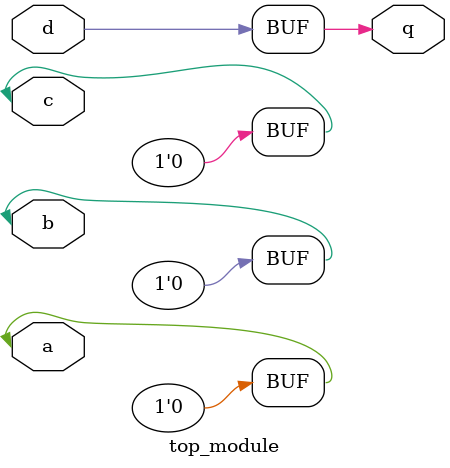
<source format=sv>
module top_module (input a, input b, input c, input d, output q);
  xor #(4) xor_inst (.a({a, b, c, d}), .z(q));
  assign q = ~q;
endmodule

</source>
